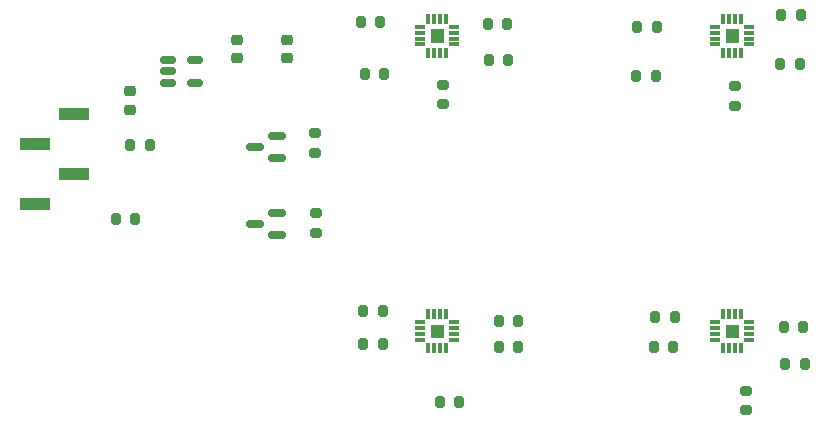
<source format=gbr>
%TF.GenerationSoftware,KiCad,Pcbnew,7.0.1*%
%TF.CreationDate,2023-06-15T12:54:41-05:00*%
%TF.ProjectId,MLX90393_board,4d4c5839-3033-4393-935f-626f6172642e,rev?*%
%TF.SameCoordinates,Original*%
%TF.FileFunction,Paste,Top*%
%TF.FilePolarity,Positive*%
%FSLAX46Y46*%
G04 Gerber Fmt 4.6, Leading zero omitted, Abs format (unit mm)*
G04 Created by KiCad (PCBNEW 7.0.1) date 2023-06-15 12:54:41*
%MOMM*%
%LPD*%
G01*
G04 APERTURE LIST*
G04 Aperture macros list*
%AMRoundRect*
0 Rectangle with rounded corners*
0 $1 Rounding radius*
0 $2 $3 $4 $5 $6 $7 $8 $9 X,Y pos of 4 corners*
0 Add a 4 corners polygon primitive as box body*
4,1,4,$2,$3,$4,$5,$6,$7,$8,$9,$2,$3,0*
0 Add four circle primitives for the rounded corners*
1,1,$1+$1,$2,$3*
1,1,$1+$1,$4,$5*
1,1,$1+$1,$6,$7*
1,1,$1+$1,$8,$9*
0 Add four rect primitives between the rounded corners*
20,1,$1+$1,$2,$3,$4,$5,0*
20,1,$1+$1,$4,$5,$6,$7,0*
20,1,$1+$1,$6,$7,$8,$9,0*
20,1,$1+$1,$8,$9,$2,$3,0*%
G04 Aperture macros list end*
%ADD10C,0.010000*%
%ADD11RoundRect,0.200000X-0.200000X-0.275000X0.200000X-0.275000X0.200000X0.275000X-0.200000X0.275000X0*%
%ADD12RoundRect,0.200000X0.200000X0.275000X-0.200000X0.275000X-0.200000X-0.275000X0.200000X-0.275000X0*%
%ADD13RoundRect,0.200000X0.275000X-0.200000X0.275000X0.200000X-0.275000X0.200000X-0.275000X-0.200000X0*%
%ADD14RoundRect,0.225000X0.250000X-0.225000X0.250000X0.225000X-0.250000X0.225000X-0.250000X-0.225000X0*%
%ADD15RoundRect,0.150000X0.587500X0.150000X-0.587500X0.150000X-0.587500X-0.150000X0.587500X-0.150000X0*%
%ADD16RoundRect,0.200000X-0.275000X0.200000X-0.275000X-0.200000X0.275000X-0.200000X0.275000X0.200000X0*%
%ADD17RoundRect,0.225000X-0.250000X0.225000X-0.250000X-0.225000X0.250000X-0.225000X0.250000X0.225000X0*%
%ADD18RoundRect,0.150000X-0.512500X-0.150000X0.512500X-0.150000X0.512500X0.150000X-0.512500X0.150000X0*%
%ADD19RoundRect,0.007800X-0.412200X-0.122200X0.412200X-0.122200X0.412200X0.122200X-0.412200X0.122200X0*%
%ADD20RoundRect,0.007800X0.122200X-0.412200X0.122200X0.412200X-0.122200X0.412200X-0.122200X-0.412200X0*%
%ADD21R,2.510000X1.000000*%
G04 APERTURE END LIST*
%TO.C,U1*%
D10*
X25530000Y-137040000D02*
X24470000Y-137040000D01*
X24470000Y-135980000D01*
X25530000Y-135980000D01*
X25530000Y-137040000D01*
G36*
X25530000Y-137040000D02*
G01*
X24470000Y-137040000D01*
X24470000Y-135980000D01*
X25530000Y-135980000D01*
X25530000Y-137040000D01*
G37*
%TO.C,U3*%
X25530000Y-112040000D02*
X24470000Y-112040000D01*
X24470000Y-110980000D01*
X25530000Y-110980000D01*
X25530000Y-112040000D01*
G36*
X25530000Y-112040000D02*
G01*
X24470000Y-112040000D01*
X24470000Y-110980000D01*
X25530000Y-110980000D01*
X25530000Y-112040000D01*
G37*
%TO.C,U4*%
X530000Y-112040000D02*
X-530000Y-112040000D01*
X-530000Y-110980000D01*
X530000Y-110980000D01*
X530000Y-112040000D01*
G36*
X530000Y-112040000D02*
G01*
X-530000Y-112040000D01*
X-530000Y-110980000D01*
X530000Y-110980000D01*
X530000Y-112040000D01*
G37*
%TO.C,U2*%
X530000Y-137040000D02*
X-530000Y-137040000D01*
X-530000Y-135980000D01*
X530000Y-135980000D01*
X530000Y-137040000D01*
G36*
X530000Y-137040000D02*
G01*
X-530000Y-137040000D01*
X-530000Y-135980000D01*
X530000Y-135980000D01*
X530000Y-137040000D01*
G37*
%TD*%
D11*
%TO.C,R21*%
X18375000Y-137900000D03*
X20025000Y-137900000D03*
%TD*%
D12*
%TO.C,R5*%
X6900000Y-135700000D03*
X5250000Y-135700000D03*
%TD*%
D13*
%TO.C,R19*%
X-10200000Y-128225000D03*
X-10200000Y-126575000D03*
%TD*%
D14*
%TO.C,C1*%
X-16900000Y-113450000D03*
X-16900000Y-111900000D03*
%TD*%
D11*
%TO.C,R24*%
X-6225000Y-137600000D03*
X-4575000Y-137600000D03*
%TD*%
D12*
%TO.C,R9*%
X30825000Y-109800000D03*
X29175000Y-109800000D03*
%TD*%
D11*
%TO.C,R16*%
X-6425000Y-110400000D03*
X-4775000Y-110400000D03*
%TD*%
D14*
%TO.C,C2*%
X-12700000Y-113450000D03*
X-12700000Y-111900000D03*
%TD*%
D12*
%TO.C,R1*%
X31025000Y-136200000D03*
X29375000Y-136200000D03*
%TD*%
D11*
%TO.C,R22*%
X16875000Y-114900000D03*
X18525000Y-114900000D03*
%TD*%
D13*
%TO.C,R20*%
X-10300000Y-121425000D03*
X-10300000Y-119775000D03*
%TD*%
D11*
%TO.C,R18*%
X-27170000Y-127000000D03*
X-25520000Y-127000000D03*
%TD*%
D12*
%TO.C,R14*%
X6025000Y-113600000D03*
X4375000Y-113600000D03*
%TD*%
D15*
%TO.C,Q1*%
X-13500000Y-128400000D03*
X-13500000Y-126500000D03*
X-15375000Y-127450000D03*
%TD*%
D16*
%TO.C,R4*%
X26200000Y-141575000D03*
X26200000Y-143225000D03*
%TD*%
D17*
%TO.C,C3*%
X-26000000Y-116225000D03*
X-26000000Y-117775000D03*
%TD*%
D15*
%TO.C,Q2*%
X-13500000Y-121900000D03*
X-13500000Y-120000000D03*
X-15375000Y-120950000D03*
%TD*%
D12*
%TO.C,R13*%
X5980000Y-110500000D03*
X4330000Y-110500000D03*
%TD*%
%TO.C,R2*%
X31150000Y-139300000D03*
X29500000Y-139300000D03*
%TD*%
D11*
%TO.C,R23*%
X-6125000Y-114800000D03*
X-4475000Y-114800000D03*
%TD*%
D18*
%TO.C,U5*%
X-22775000Y-113600000D03*
X-22775000Y-114550000D03*
X-22775000Y-115500000D03*
X-20500000Y-115500000D03*
X-20500000Y-113600000D03*
%TD*%
D11*
%TO.C,R8*%
X-6225000Y-134800000D03*
X-4575000Y-134800000D03*
%TD*%
D19*
%TO.C,U1*%
X23565000Y-135760000D03*
X23565000Y-136260000D03*
X23565000Y-136760000D03*
X23565000Y-137260000D03*
D20*
X24250000Y-137945000D03*
X24750000Y-137945000D03*
X25250000Y-137945000D03*
X25750000Y-137945000D03*
D19*
X26435000Y-137260000D03*
X26435000Y-136760000D03*
X26435000Y-136260000D03*
X26435000Y-135760000D03*
D20*
X25750000Y-135075000D03*
X25250000Y-135075000D03*
X24750000Y-135075000D03*
X24250000Y-135075000D03*
%TD*%
D19*
%TO.C,U3*%
X23565000Y-110760000D03*
X23565000Y-111260000D03*
X23565000Y-111760000D03*
X23565000Y-112260000D03*
D20*
X24250000Y-112945000D03*
X24750000Y-112945000D03*
X25250000Y-112945000D03*
X25750000Y-112945000D03*
D19*
X26435000Y-112260000D03*
X26435000Y-111760000D03*
X26435000Y-111260000D03*
X26435000Y-110760000D03*
D20*
X25750000Y-110075000D03*
X25250000Y-110075000D03*
X24750000Y-110075000D03*
X24250000Y-110075000D03*
%TD*%
D16*
%TO.C,R15*%
X500000Y-115675000D03*
X500000Y-117325000D03*
%TD*%
D12*
%TO.C,R10*%
X30725000Y-113900000D03*
X29075000Y-113900000D03*
%TD*%
D11*
%TO.C,R12*%
X16975000Y-110800000D03*
X18625000Y-110800000D03*
%TD*%
D21*
%TO.C,J1*%
X-34060000Y-125730000D03*
X-30750000Y-123190000D03*
X-34060000Y-120650000D03*
X-30750000Y-118110000D03*
%TD*%
D19*
%TO.C,U4*%
X-1435000Y-110760000D03*
X-1435000Y-111260000D03*
X-1435000Y-111760000D03*
X-1435000Y-112260000D03*
D20*
X-750000Y-112945000D03*
X-250000Y-112945000D03*
X250000Y-112945000D03*
X750000Y-112945000D03*
D19*
X1435000Y-112260000D03*
X1435000Y-111760000D03*
X1435000Y-111260000D03*
X1435000Y-110760000D03*
D20*
X750000Y-110075000D03*
X250000Y-110075000D03*
X-250000Y-110075000D03*
X-750000Y-110075000D03*
%TD*%
D11*
%TO.C,R3*%
X18475000Y-135300000D03*
X20125000Y-135300000D03*
%TD*%
%TO.C,R17*%
X-25950000Y-120800000D03*
X-24300000Y-120800000D03*
%TD*%
D16*
%TO.C,R11*%
X25250000Y-115800000D03*
X25250000Y-117450000D03*
%TD*%
D11*
%TO.C,R7*%
X250000Y-142500000D03*
X1900000Y-142500000D03*
%TD*%
D19*
%TO.C,U2*%
X-1435000Y-135760000D03*
X-1435000Y-136260000D03*
X-1435000Y-136760000D03*
X-1435000Y-137260000D03*
D20*
X-750000Y-137945000D03*
X-250000Y-137945000D03*
X250000Y-137945000D03*
X750000Y-137945000D03*
D19*
X1435000Y-137260000D03*
X1435000Y-136760000D03*
X1435000Y-136260000D03*
X1435000Y-135760000D03*
D20*
X750000Y-135075000D03*
X250000Y-135075000D03*
X-250000Y-135075000D03*
X-750000Y-135075000D03*
%TD*%
D12*
%TO.C,R6*%
X6900000Y-137900000D03*
X5250000Y-137900000D03*
%TD*%
M02*

</source>
